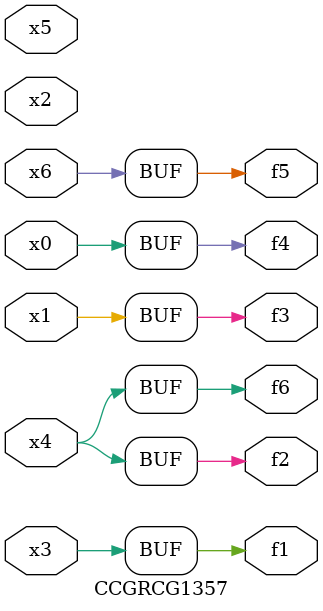
<source format=v>
module CCGRCG1357(
	input x0, x1, x2, x3, x4, x5, x6,
	output f1, f2, f3, f4, f5, f6
);
	assign f1 = x3;
	assign f2 = x4;
	assign f3 = x1;
	assign f4 = x0;
	assign f5 = x6;
	assign f6 = x4;
endmodule

</source>
